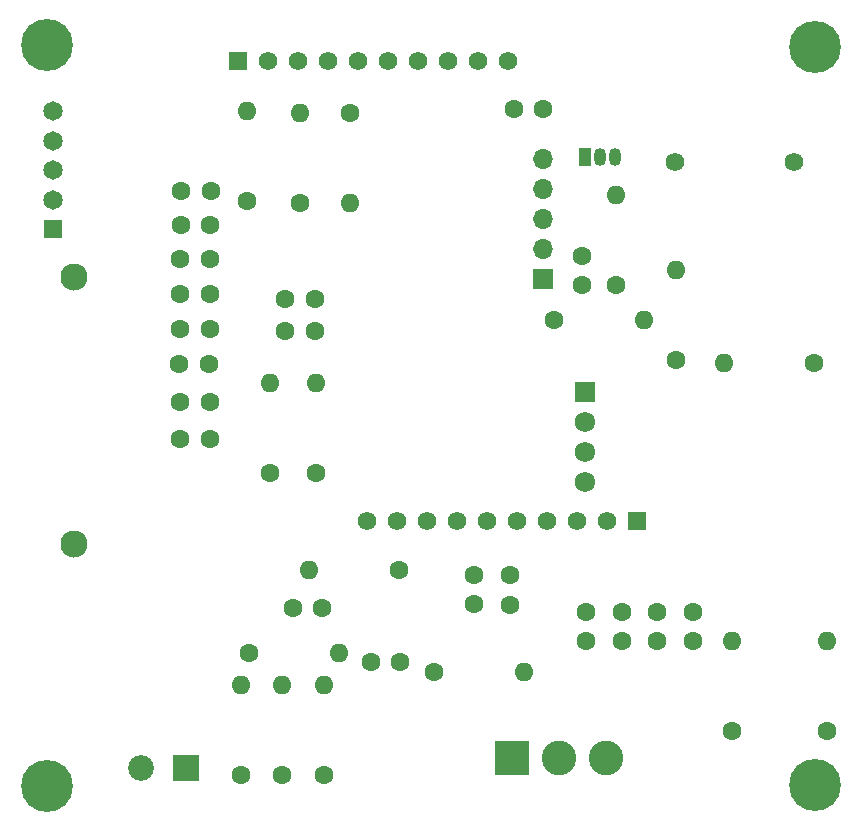
<source format=gbs>
G04 #@! TF.GenerationSoftware,KiCad,Pcbnew,8.0.8*
G04 #@! TF.CreationDate,2025-04-14T11:11:05+01:00*
G04 #@! TF.ProjectId,Bat-mon_v1-Fixo,4261742d-6d6f-46e5-9f76-312d4669786f,rev?*
G04 #@! TF.SameCoordinates,Original*
G04 #@! TF.FileFunction,Soldermask,Bot*
G04 #@! TF.FilePolarity,Negative*
%FSLAX46Y46*%
G04 Gerber Fmt 4.6, Leading zero omitted, Abs format (unit mm)*
G04 Created by KiCad (PCBNEW 8.0.8) date 2025-04-14 11:11:05*
%MOMM*%
%LPD*%
G01*
G04 APERTURE LIST*
%ADD10R,1.050000X1.500000*%
%ADD11O,1.050000X1.500000*%
%ADD12C,1.600000*%
%ADD13O,1.600000X1.600000*%
%ADD14C,0.700000*%
%ADD15C,4.400000*%
%ADD16R,1.575000X1.575000*%
%ADD17C,1.575000*%
%ADD18R,2.175000X2.175000*%
%ADD19C,2.175000*%
%ADD20R,1.725000X1.725000*%
%ADD21C,1.725000*%
%ADD22C,1.580000*%
%ADD23R,1.650000X1.650000*%
%ADD24C,1.650000*%
%ADD25R,1.700000X1.700000*%
%ADD26O,1.700000X1.700000*%
%ADD27C,2.300000*%
%ADD28R,2.925000X2.925000*%
%ADD29C,2.925000*%
G04 APERTURE END LIST*
D10*
X182810000Y-54800000D03*
D11*
X184080000Y-54800000D03*
X185350000Y-54800000D03*
D12*
X151050000Y-75550000D03*
X148550000Y-75550000D03*
X154250000Y-58560000D03*
D13*
X154250000Y-50940000D03*
D12*
X182950000Y-93300000D03*
X182950000Y-95800000D03*
D14*
X200650000Y-107950000D03*
X201133274Y-106783274D03*
X201133274Y-109116726D03*
X202300000Y-106300000D03*
D15*
X202300000Y-107950000D03*
D14*
X202300000Y-109600000D03*
X203466726Y-106783274D03*
X203466726Y-109116726D03*
X203950000Y-107950000D03*
D16*
X187230000Y-85650000D03*
D17*
X184690000Y-85650000D03*
X182150000Y-85650000D03*
X179610000Y-85650000D03*
X177070000Y-85650000D03*
X174530000Y-85650000D03*
X171990000Y-85650000D03*
X169450000Y-85650000D03*
X166910000Y-85650000D03*
X164370000Y-85650000D03*
D14*
X135666726Y-108066726D03*
X136150000Y-106900000D03*
X136150000Y-109233452D03*
X137316726Y-106416726D03*
D15*
X137316726Y-108066726D03*
D14*
X137316726Y-109716726D03*
X138483452Y-106900000D03*
X138483452Y-109233452D03*
X138966726Y-108066726D03*
D12*
X185500000Y-65660000D03*
D13*
X185500000Y-58040000D03*
D12*
X154380000Y-96800000D03*
D13*
X162000000Y-96800000D03*
D12*
X148500000Y-72300000D03*
X151000000Y-72300000D03*
X202250000Y-72250000D03*
D13*
X194630000Y-72250000D03*
D12*
X160600000Y-93000000D03*
X158100000Y-93000000D03*
D18*
X149100000Y-106550000D03*
D19*
X145290000Y-106550000D03*
D12*
X179300000Y-50750000D03*
X176800000Y-50750000D03*
X192000000Y-93300000D03*
X192000000Y-95800000D03*
X160050000Y-81560000D03*
D13*
X160050000Y-73940000D03*
D20*
X182800000Y-74680000D03*
D21*
X182800000Y-77220000D03*
X182800000Y-79760000D03*
X182800000Y-82300000D03*
D12*
X148550000Y-69350000D03*
X151050000Y-69350000D03*
D22*
X200500000Y-55200000D03*
X190500000Y-55200000D03*
D12*
X186000000Y-93300000D03*
X186000000Y-95800000D03*
X153750000Y-107100000D03*
D13*
X153750000Y-99480000D03*
D12*
X160750000Y-107100000D03*
D13*
X160750000Y-99480000D03*
D23*
X137800000Y-60900000D03*
D24*
X137800000Y-58400000D03*
X137800000Y-55900000D03*
X137800000Y-53400000D03*
X137800000Y-50900000D03*
D12*
X195300000Y-103400000D03*
D13*
X195300000Y-95780000D03*
D12*
X157200000Y-107100000D03*
D13*
X157200000Y-99480000D03*
D25*
X179250000Y-65150000D03*
D26*
X179250000Y-62610000D03*
X179250000Y-60070000D03*
X179250000Y-57530000D03*
X179250000Y-54990000D03*
D12*
X151050000Y-78650000D03*
X148550000Y-78650000D03*
X158750000Y-58660000D03*
D13*
X158750000Y-51040000D03*
D12*
X180190000Y-68600000D03*
D13*
X187810000Y-68600000D03*
D12*
X159950000Y-69550000D03*
X157450000Y-69550000D03*
D27*
X139550000Y-64950000D03*
X139550000Y-87550000D03*
D12*
X167200000Y-97550000D03*
X164700000Y-97550000D03*
D28*
X176650000Y-105700000D03*
D29*
X180650000Y-105700000D03*
X184650000Y-105700000D03*
D12*
X148550000Y-63450000D03*
X151050000Y-63450000D03*
X148600000Y-60550000D03*
X151100000Y-60550000D03*
X156200000Y-81560000D03*
D13*
X156200000Y-73940000D03*
D12*
X173450000Y-90150000D03*
X173450000Y-92650000D03*
X170040000Y-98400000D03*
D13*
X177660000Y-98400000D03*
D12*
X188950000Y-93300000D03*
X188950000Y-95800000D03*
X182600000Y-63150000D03*
X182600000Y-65650000D03*
D14*
X200700000Y-45450000D03*
X201183274Y-44283274D03*
X201183274Y-46616726D03*
X202350000Y-43800000D03*
D15*
X202350000Y-45450000D03*
D14*
X202350000Y-47100000D03*
X203516726Y-44283274D03*
X203516726Y-46616726D03*
X204000000Y-45450000D03*
D16*
X153460000Y-46650000D03*
D17*
X156000000Y-46650000D03*
X158540000Y-46650000D03*
X161080000Y-46650000D03*
X163620000Y-46650000D03*
X166160000Y-46650000D03*
X168700000Y-46650000D03*
X171240000Y-46650000D03*
X173780000Y-46650000D03*
X176320000Y-46650000D03*
D12*
X162950000Y-51040000D03*
D13*
X162950000Y-58660000D03*
D12*
X159950000Y-66850000D03*
X157450000Y-66850000D03*
X148650000Y-57700000D03*
X151150000Y-57700000D03*
X176450000Y-90200000D03*
X176450000Y-92700000D03*
X190550000Y-71960000D03*
D13*
X190550000Y-64340000D03*
D12*
X203350000Y-103420000D03*
D13*
X203350000Y-95800000D03*
D14*
X135600000Y-45350000D03*
X136083274Y-44183274D03*
X136083274Y-46516726D03*
X137250000Y-43700000D03*
D15*
X137250000Y-45350000D03*
D14*
X137250000Y-47000000D03*
X138416726Y-44183274D03*
X138416726Y-46516726D03*
X138900000Y-45350000D03*
D12*
X167060000Y-89750000D03*
D13*
X159440000Y-89750000D03*
D12*
X148550000Y-66400000D03*
X151050000Y-66400000D03*
M02*

</source>
